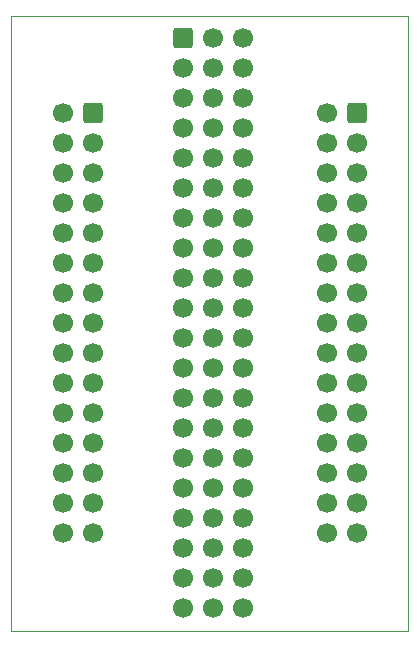
<source format=gts>
%TF.GenerationSoftware,KiCad,Pcbnew,(6.0.2)*%
%TF.CreationDate,2022-02-24T19:23:39-05:00*%
%TF.ProjectId,paladin_adaptor_2022,70616c61-6469-46e5-9f61-646170746f72,rev?*%
%TF.SameCoordinates,Original*%
%TF.FileFunction,Soldermask,Top*%
%TF.FilePolarity,Negative*%
%FSLAX46Y46*%
G04 Gerber Fmt 4.6, Leading zero omitted, Abs format (unit mm)*
G04 Created by KiCad (PCBNEW (6.0.2)) date 2022-02-24 19:23:39*
%MOMM*%
%LPD*%
G01*
G04 APERTURE LIST*
G04 Aperture macros list*
%AMRoundRect*
0 Rectangle with rounded corners*
0 $1 Rounding radius*
0 $2 $3 $4 $5 $6 $7 $8 $9 X,Y pos of 4 corners*
0 Add a 4 corners polygon primitive as box body*
4,1,4,$2,$3,$4,$5,$6,$7,$8,$9,$2,$3,0*
0 Add four circle primitives for the rounded corners*
1,1,$1+$1,$2,$3*
1,1,$1+$1,$4,$5*
1,1,$1+$1,$6,$7*
1,1,$1+$1,$8,$9*
0 Add four rect primitives between the rounded corners*
20,1,$1+$1,$2,$3,$4,$5,0*
20,1,$1+$1,$4,$5,$6,$7,0*
20,1,$1+$1,$6,$7,$8,$9,0*
20,1,$1+$1,$8,$9,$2,$3,0*%
G04 Aperture macros list end*
%TA.AperFunction,Profile*%
%ADD10C,0.100000*%
%TD*%
%ADD11RoundRect,0.250000X-0.600000X-0.600000X0.600000X-0.600000X0.600000X0.600000X-0.600000X0.600000X0*%
%ADD12C,1.700000*%
%ADD13RoundRect,0.250000X0.600000X0.600000X-0.600000X0.600000X-0.600000X-0.600000X0.600000X-0.600000X0*%
G04 APERTURE END LIST*
D10*
X93345000Y-50165000D02*
X127000000Y-50165000D01*
X93345000Y-102235000D02*
X93345000Y-50165000D01*
X127000000Y-102235000D02*
X93345000Y-102235000D01*
X127000000Y-50165000D02*
X127000000Y-102235000D01*
D11*
%TO.C,U1*%
X107950000Y-52070000D03*
D12*
X107950000Y-54610000D03*
X107950000Y-57150000D03*
X107950000Y-59690000D03*
X107950000Y-62230000D03*
X107950000Y-64770000D03*
X107950000Y-67310000D03*
X107950000Y-69850000D03*
X107950000Y-72390000D03*
X107950000Y-74930000D03*
X107950000Y-77470000D03*
X107950000Y-80010000D03*
X107950000Y-82550000D03*
X107950000Y-85090000D03*
X107950000Y-87630000D03*
X107950000Y-90170000D03*
X107950000Y-92710000D03*
X107950000Y-95250000D03*
X107950000Y-97790000D03*
X107950000Y-100330000D03*
X110490000Y-52070000D03*
X110490000Y-54610000D03*
X110490000Y-57150000D03*
X110490000Y-59690000D03*
X110490000Y-62230000D03*
X110490000Y-64770000D03*
X110490000Y-67310000D03*
X110490000Y-69850000D03*
X110490000Y-72390000D03*
X110490000Y-74930000D03*
X110490000Y-77470000D03*
X110490000Y-80010000D03*
X110490000Y-82550000D03*
X110490000Y-85090000D03*
X110490000Y-87630000D03*
X110490000Y-90170000D03*
X110490000Y-92710000D03*
X110490000Y-95250000D03*
X110490000Y-97790000D03*
X110490000Y-100330000D03*
X113030000Y-52070000D03*
X113030000Y-54610000D03*
X113030000Y-57150000D03*
X113030000Y-59690000D03*
X113030000Y-62230000D03*
X113030000Y-64770000D03*
X113030000Y-67310000D03*
X113030000Y-69850000D03*
X113030000Y-72390000D03*
X113030000Y-74930000D03*
X113030000Y-77470000D03*
X113030000Y-80010000D03*
X113030000Y-82550000D03*
X113030000Y-85090000D03*
X113030000Y-87630000D03*
X113030000Y-90170000D03*
X113030000Y-92710000D03*
X113030000Y-95250000D03*
X113030000Y-97790000D03*
X113030000Y-100330000D03*
%TD*%
D13*
%TO.C,J2*%
X122672500Y-58420000D03*
D12*
X120132500Y-58420000D03*
X122672500Y-60960000D03*
X120132500Y-60960000D03*
X122672500Y-63500000D03*
X120132500Y-63500000D03*
X122672500Y-66040000D03*
X120132500Y-66040000D03*
X122672500Y-68580000D03*
X120132500Y-68580000D03*
X122672500Y-71120000D03*
X120132500Y-71120000D03*
X122672500Y-73660000D03*
X120132500Y-73660000D03*
X122672500Y-76200000D03*
X120132500Y-76200000D03*
X122672500Y-78740000D03*
X120132500Y-78740000D03*
X122672500Y-81280000D03*
X120132500Y-81280000D03*
X122672500Y-83820000D03*
X120132500Y-83820000D03*
X122672500Y-86360000D03*
X120132500Y-86360000D03*
X122672500Y-88900000D03*
X120132500Y-88900000D03*
X122672500Y-91440000D03*
X120132500Y-91440000D03*
X122672500Y-93980000D03*
X120132500Y-93980000D03*
%TD*%
D13*
%TO.C,J1*%
X100330000Y-58420000D03*
D12*
X97790000Y-58420000D03*
X100330000Y-60960000D03*
X97790000Y-60960000D03*
X100330000Y-63500000D03*
X97790000Y-63500000D03*
X100330000Y-66040000D03*
X97790000Y-66040000D03*
X100330000Y-68580000D03*
X97790000Y-68580000D03*
X100330000Y-71120000D03*
X97790000Y-71120000D03*
X100330000Y-73660000D03*
X97790000Y-73660000D03*
X100330000Y-76200000D03*
X97790000Y-76200000D03*
X100330000Y-78740000D03*
X97790000Y-78740000D03*
X100330000Y-81280000D03*
X97790000Y-81280000D03*
X100330000Y-83820000D03*
X97790000Y-83820000D03*
X100330000Y-86360000D03*
X97790000Y-86360000D03*
X100330000Y-88900000D03*
X97790000Y-88900000D03*
X100330000Y-91440000D03*
X97790000Y-91440000D03*
X100330000Y-93980000D03*
X97790000Y-93980000D03*
%TD*%
M02*

</source>
